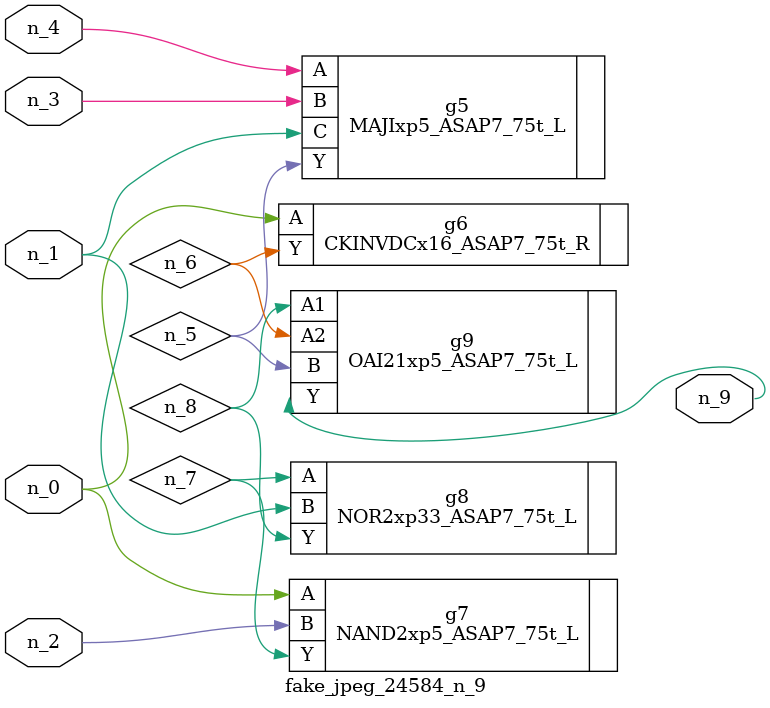
<source format=v>
module fake_jpeg_24584_n_9 (n_3, n_2, n_1, n_0, n_4, n_9);

input n_3;
input n_2;
input n_1;
input n_0;
input n_4;

output n_9;

wire n_8;
wire n_6;
wire n_5;
wire n_7;

MAJIxp5_ASAP7_75t_L g5 ( 
.A(n_4),
.B(n_3),
.C(n_1),
.Y(n_5)
);

CKINVDCx16_ASAP7_75t_R g6 ( 
.A(n_0),
.Y(n_6)
);

NAND2xp5_ASAP7_75t_L g7 ( 
.A(n_0),
.B(n_2),
.Y(n_7)
);

NOR2xp33_ASAP7_75t_L g8 ( 
.A(n_7),
.B(n_1),
.Y(n_8)
);

OAI21xp5_ASAP7_75t_L g9 ( 
.A1(n_8),
.A2(n_6),
.B(n_5),
.Y(n_9)
);


endmodule
</source>
